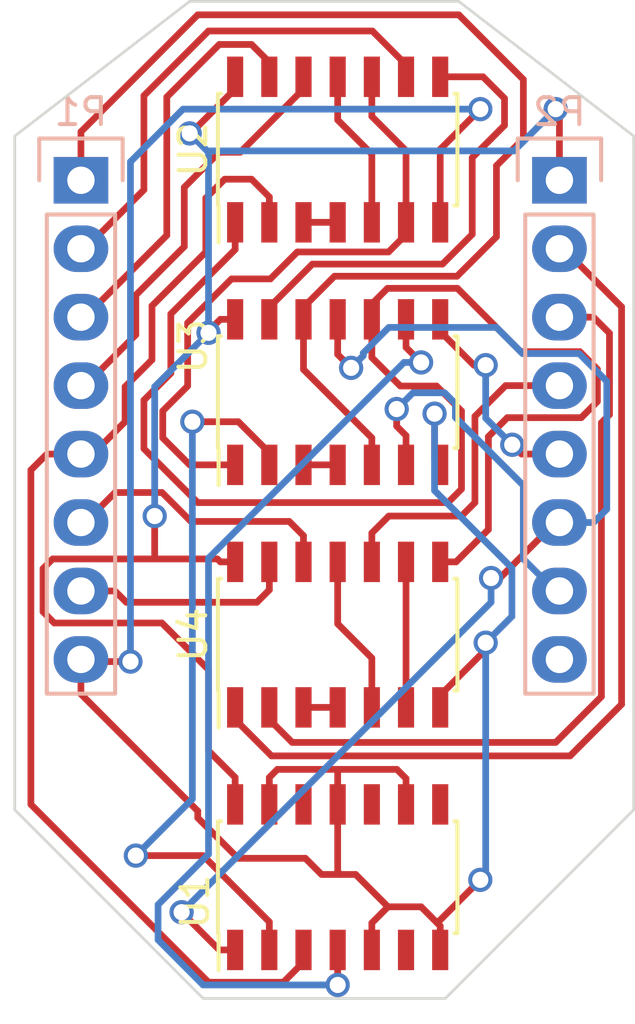
<source format=kicad_pcb>
(kicad_pcb (version 4) (host pcbnew 4.0.5+dfsg1-4)

  (general
    (links 41)
    (no_connects 7)
    (area 121.325 97.449999 145.050001 135.533333)
    (thickness 1.6)
    (drawings 8)
    (tracks 315)
    (zones 0)
    (modules 6)
    (nets 27)
  )

  (page A4 portrait)
  (layers
    (0 F.Cu signal)
    (31 B.Cu signal)
    (32 B.Adhes user)
    (33 F.Adhes user)
    (34 B.Paste user)
    (35 F.Paste user)
    (36 B.SilkS user)
    (37 F.SilkS user)
    (38 B.Mask user)
    (39 F.Mask user)
    (40 Dwgs.User user)
    (41 Cmts.User user)
    (42 Eco1.User user)
    (43 Eco2.User user)
    (44 Edge.Cuts user)
    (45 Margin user)
    (46 B.CrtYd user)
    (47 F.CrtYd user)
    (48 B.Fab user)
    (49 F.Fab user)
  )

  (setup
    (last_trace_width 0.25)
    (trace_clearance 0.2)
    (zone_clearance 0.508)
    (zone_45_only no)
    (trace_min 0.2)
    (segment_width 0.2)
    (edge_width 0.1)
    (via_size 0.9)
    (via_drill 0.6)
    (via_min_size 0.4)
    (via_min_drill 0.3)
    (uvia_size 0.3)
    (uvia_drill 0.1)
    (uvias_allowed no)
    (uvia_min_size 0.2)
    (uvia_min_drill 0.1)
    (pcb_text_width 0.3)
    (pcb_text_size 1.5 1.5)
    (mod_edge_width 0.15)
    (mod_text_size 1 1)
    (mod_text_width 0.15)
    (pad_size 1.5 1.5)
    (pad_drill 0.6)
    (pad_to_mask_clearance 0)
    (aux_axis_origin 0 0)
    (visible_elements FFFFFF7F)
    (pcbplotparams
      (layerselection 0x01000_00000001)
      (usegerberextensions false)
      (excludeedgelayer true)
      (linewidth 0.100000)
      (plotframeref false)
      (viasonmask false)
      (mode 1)
      (useauxorigin false)
      (hpglpennumber 1)
      (hpglpenspeed 20)
      (hpglpendiameter 15)
      (hpglpenoverlay 2)
      (psnegative false)
      (psa4output false)
      (plotreference true)
      (plotvalue true)
      (plotinvisibletext false)
      (padsonsilk false)
      (subtractmaskfromsilk false)
      (outputformat 4)
      (mirror false)
      (drillshape 0)
      (scaleselection 1)
      (outputdirectory ""))
  )

  (net 0 "")
  (net 1 VCC)
  (net 2 GND)
  (net 3 /A14)
  (net 4 /A15)
  (net 5 /A16)
  (net 6 /A17)
  (net 7 /A18)
  (net 8 /A19)
  (net 9 /A20)
  (net 10 /A21)
  (net 11 /A22)
  (net 12 /A23)
  (net 13 /~RAMEN)
  (net 14 /~ROMEN)
  (net 15 /~IOEN)
  (net 16 "Net-(U1-Pad2)")
  (net 17 "Net-(U1-Pad4)")
  (net 18 /~EN512)
  (net 19 "Net-(U2-Pad3)")
  (net 20 "Net-(U2-Pad11)")
  (net 21 /~EN64)
  (net 22 /~EN32)
  (net 23 "Net-(U3-Pad3)")
  (net 24 "Net-(U4-Pad3)")
  (net 25 "Net-(U4-Pad11)")
  (net 26 "Net-(U4-Pad6)")

  (net_class Default "This is the default net class."
    (clearance 0.2)
    (trace_width 0.25)
    (via_dia 0.9)
    (via_drill 0.6)
    (uvia_dia 0.3)
    (uvia_drill 0.1)
    (add_net /A14)
    (add_net /A15)
    (add_net /A16)
    (add_net /A17)
    (add_net /A18)
    (add_net /A19)
    (add_net /A20)
    (add_net /A21)
    (add_net /A22)
    (add_net /A23)
    (add_net /~EN32)
    (add_net /~EN512)
    (add_net /~EN64)
    (add_net /~IOEN)
    (add_net /~RAMEN)
    (add_net /~ROMEN)
    (add_net GND)
    (add_net "Net-(U1-Pad2)")
    (add_net "Net-(U1-Pad4)")
    (add_net "Net-(U2-Pad11)")
    (add_net "Net-(U2-Pad3)")
    (add_net "Net-(U3-Pad3)")
    (add_net "Net-(U4-Pad11)")
    (add_net "Net-(U4-Pad3)")
    (add_net "Net-(U4-Pad6)")
    (add_net VCC)
  )

  (module Pin_Headers:Pin_Header_Straight_1x08 (layer B.Cu) (tedit 0) (tstamp 58C8889C)
    (at 124.46 104.14 180)
    (descr "Through hole pin header")
    (tags "pin header")
    (path /58C8BED9)
    (fp_text reference P1 (at 0 2.54 180) (layer B.SilkS)
      (effects (font (size 1 1) (thickness 0.15)) (justify mirror))
    )
    (fp_text value CONN_01X08 (at 2.16 -3.96 270) (layer B.Fab)
      (effects (font (size 1 1) (thickness 0.15)) (justify mirror))
    )
    (fp_line (start -1.75 1.75) (end -1.75 -19.55) (layer B.CrtYd) (width 0.05))
    (fp_line (start 1.75 1.75) (end 1.75 -19.55) (layer B.CrtYd) (width 0.05))
    (fp_line (start -1.75 1.75) (end 1.75 1.75) (layer B.CrtYd) (width 0.05))
    (fp_line (start -1.75 -19.55) (end 1.75 -19.55) (layer B.CrtYd) (width 0.05))
    (fp_line (start 1.27 -1.27) (end 1.27 -19.05) (layer B.SilkS) (width 0.15))
    (fp_line (start 1.27 -19.05) (end -1.27 -19.05) (layer B.SilkS) (width 0.15))
    (fp_line (start -1.27 -19.05) (end -1.27 -1.27) (layer B.SilkS) (width 0.15))
    (fp_line (start 1.55 1.55) (end 1.55 0) (layer B.SilkS) (width 0.15))
    (fp_line (start 1.27 -1.27) (end -1.27 -1.27) (layer B.SilkS) (width 0.15))
    (fp_line (start -1.55 0) (end -1.55 1.55) (layer B.SilkS) (width 0.15))
    (fp_line (start -1.55 1.55) (end 1.55 1.55) (layer B.SilkS) (width 0.15))
    (pad 1 thru_hole rect (at 0 0 180) (size 2.032 1.7272) (drill 1.016) (layers *.Cu *.Mask)
      (net 3 /A14))
    (pad 2 thru_hole oval (at 0 -2.54 180) (size 2.032 1.7272) (drill 1.016) (layers *.Cu *.Mask)
      (net 4 /A15))
    (pad 3 thru_hole oval (at 0 -5.08 180) (size 2.032 1.7272) (drill 1.016) (layers *.Cu *.Mask)
      (net 5 /A16))
    (pad 4 thru_hole oval (at 0 -7.62 180) (size 2.032 1.7272) (drill 1.016) (layers *.Cu *.Mask)
      (net 6 /A17))
    (pad 5 thru_hole oval (at 0 -10.16 180) (size 2.032 1.7272) (drill 1.016) (layers *.Cu *.Mask)
      (net 7 /A18))
    (pad 6 thru_hole oval (at 0 -12.7 180) (size 2.032 1.7272) (drill 1.016) (layers *.Cu *.Mask)
      (net 8 /A19))
    (pad 7 thru_hole oval (at 0 -15.24 180) (size 2.032 1.7272) (drill 1.016) (layers *.Cu *.Mask)
      (net 9 /A20))
    (pad 8 thru_hole oval (at 0 -17.78 180) (size 2.032 1.7272) (drill 1.016) (layers *.Cu *.Mask)
      (net 2 GND))
    (model Pin_Headers.3dshapes/Pin_Header_Straight_1x08.wrl
      (at (xyz 0 -0.35 0))
      (scale (xyz 1 1 1))
      (rotate (xyz 0 0 90))
    )
  )

  (module Pin_Headers:Pin_Header_Straight_1x08 (layer B.Cu) (tedit 0) (tstamp 58C888B3)
    (at 142.24 104.14 180)
    (descr "Through hole pin header")
    (tags "pin header")
    (path /58C8BF89)
    (fp_text reference P2 (at 0 2.54 180) (layer B.SilkS)
      (effects (font (size 1 1) (thickness 0.15)) (justify mirror))
    )
    (fp_text value CONN_01X08 (at 0.34 -26.36 450) (layer B.Fab)
      (effects (font (size 1 1) (thickness 0.15)) (justify mirror))
    )
    (fp_line (start -1.75 1.75) (end -1.75 -19.55) (layer B.CrtYd) (width 0.05))
    (fp_line (start 1.75 1.75) (end 1.75 -19.55) (layer B.CrtYd) (width 0.05))
    (fp_line (start -1.75 1.75) (end 1.75 1.75) (layer B.CrtYd) (width 0.05))
    (fp_line (start -1.75 -19.55) (end 1.75 -19.55) (layer B.CrtYd) (width 0.05))
    (fp_line (start 1.27 -1.27) (end 1.27 -19.05) (layer B.SilkS) (width 0.15))
    (fp_line (start 1.27 -19.05) (end -1.27 -19.05) (layer B.SilkS) (width 0.15))
    (fp_line (start -1.27 -19.05) (end -1.27 -1.27) (layer B.SilkS) (width 0.15))
    (fp_line (start 1.55 1.55) (end 1.55 0) (layer B.SilkS) (width 0.15))
    (fp_line (start 1.27 -1.27) (end -1.27 -1.27) (layer B.SilkS) (width 0.15))
    (fp_line (start -1.55 0) (end -1.55 1.55) (layer B.SilkS) (width 0.15))
    (fp_line (start -1.55 1.55) (end 1.55 1.55) (layer B.SilkS) (width 0.15))
    (pad 1 thru_hole rect (at 0 0 180) (size 2.032 1.7272) (drill 1.016) (layers *.Cu *.Mask)
      (net 1 VCC))
    (pad 2 thru_hole oval (at 0 -2.54 180) (size 2.032 1.7272) (drill 1.016) (layers *.Cu *.Mask)
      (net 10 /A21))
    (pad 3 thru_hole oval (at 0 -5.08 180) (size 2.032 1.7272) (drill 1.016) (layers *.Cu *.Mask)
      (net 11 /A22))
    (pad 4 thru_hole oval (at 0 -7.62 180) (size 2.032 1.7272) (drill 1.016) (layers *.Cu *.Mask)
      (net 12 /A23))
    (pad 5 thru_hole oval (at 0 -10.16 180) (size 2.032 1.7272) (drill 1.016) (layers *.Cu *.Mask)
      (net 13 /~RAMEN))
    (pad 6 thru_hole oval (at 0 -12.7 180) (size 2.032 1.7272) (drill 1.016) (layers *.Cu *.Mask)
      (net 14 /~ROMEN))
    (pad 7 thru_hole oval (at 0 -15.24 180) (size 2.032 1.7272) (drill 1.016) (layers *.Cu *.Mask)
      (net 15 /~IOEN))
    (pad 8 thru_hole oval (at 0 -17.78 180) (size 2.032 1.7272) (drill 1.016) (layers *.Cu *.Mask))
    (model Pin_Headers.3dshapes/Pin_Header_Straight_1x08.wrl
      (at (xyz 0 -0.35 0))
      (scale (xyz 1 1 1))
      (rotate (xyz 0 0 90))
    )
  )

  (module Housings_SOIC:SOIC-14_3.9x8.7mm_Pitch1.27mm (layer F.Cu) (tedit 574D9791) (tstamp 58C888D5)
    (at 134 130 90)
    (descr "14-Lead Plastic Small Outline (SL) - Narrow, 3.90 mm Body [SOIC] (see Microchip Packaging Specification 00000049BS.pdf)")
    (tags "SOIC 1.27")
    (path /58D15884)
    (attr smd)
    (fp_text reference U1 (at -0.9 -5.3 90) (layer F.SilkS)
      (effects (font (size 1 1) (thickness 0.15)))
    )
    (fp_text value 74LS04 (at 0 0 180) (layer F.Fab)
      (effects (font (size 1 1) (thickness 0.15)))
    )
    (fp_line (start -0.95 -4.35) (end 1.95 -4.35) (layer F.Fab) (width 0.15))
    (fp_line (start 1.95 -4.35) (end 1.95 4.35) (layer F.Fab) (width 0.15))
    (fp_line (start 1.95 4.35) (end -1.95 4.35) (layer F.Fab) (width 0.15))
    (fp_line (start -1.95 4.35) (end -1.95 -3.35) (layer F.Fab) (width 0.15))
    (fp_line (start -1.95 -3.35) (end -0.95 -4.35) (layer F.Fab) (width 0.15))
    (fp_line (start -3.7 -4.65) (end -3.7 4.65) (layer F.CrtYd) (width 0.05))
    (fp_line (start 3.7 -4.65) (end 3.7 4.65) (layer F.CrtYd) (width 0.05))
    (fp_line (start -3.7 -4.65) (end 3.7 -4.65) (layer F.CrtYd) (width 0.05))
    (fp_line (start -3.7 4.65) (end 3.7 4.65) (layer F.CrtYd) (width 0.05))
    (fp_line (start -2.075 -4.45) (end -2.075 -4.425) (layer F.SilkS) (width 0.15))
    (fp_line (start 2.075 -4.45) (end 2.075 -4.335) (layer F.SilkS) (width 0.15))
    (fp_line (start 2.075 4.45) (end 2.075 4.335) (layer F.SilkS) (width 0.15))
    (fp_line (start -2.075 4.45) (end -2.075 4.335) (layer F.SilkS) (width 0.15))
    (fp_line (start -2.075 -4.45) (end 2.075 -4.45) (layer F.SilkS) (width 0.15))
    (fp_line (start -2.075 4.45) (end 2.075 4.45) (layer F.SilkS) (width 0.15))
    (fp_line (start -2.075 -4.425) (end -3.45 -4.425) (layer F.SilkS) (width 0.15))
    (pad 1 smd rect (at -2.7 -3.81 90) (size 1.5 0.6) (layers F.Cu F.Paste F.Mask)
      (net 14 /~ROMEN))
    (pad 2 smd rect (at -2.7 -2.54 90) (size 1.5 0.6) (layers F.Cu F.Paste F.Mask)
      (net 16 "Net-(U1-Pad2)"))
    (pad 3 smd rect (at -2.7 -1.27 90) (size 1.5 0.6) (layers F.Cu F.Paste F.Mask)
      (net 7 /A18))
    (pad 4 smd rect (at -2.7 0 90) (size 1.5 0.6) (layers F.Cu F.Paste F.Mask)
      (net 17 "Net-(U1-Pad4)"))
    (pad 5 smd rect (at -2.7 1.27 90) (size 1.5 0.6) (layers F.Cu F.Paste F.Mask)
      (net 2 GND))
    (pad 6 smd rect (at -2.7 2.54 90) (size 1.5 0.6) (layers F.Cu F.Paste F.Mask))
    (pad 7 smd rect (at -2.7 3.81 90) (size 1.5 0.6) (layers F.Cu F.Paste F.Mask)
      (net 2 GND))
    (pad 8 smd rect (at 2.7 3.81 90) (size 1.5 0.6) (layers F.Cu F.Paste F.Mask))
    (pad 9 smd rect (at 2.7 2.54 90) (size 1.5 0.6) (layers F.Cu F.Paste F.Mask)
      (net 2 GND))
    (pad 10 smd rect (at 2.7 1.27 90) (size 1.5 0.6) (layers F.Cu F.Paste F.Mask))
    (pad 11 smd rect (at 2.7 0 90) (size 1.5 0.6) (layers F.Cu F.Paste F.Mask)
      (net 2 GND))
    (pad 12 smd rect (at 2.7 -1.27 90) (size 1.5 0.6) (layers F.Cu F.Paste F.Mask))
    (pad 13 smd rect (at 2.7 -2.54 90) (size 1.5 0.6) (layers F.Cu F.Paste F.Mask)
      (net 2 GND))
    (pad 14 smd rect (at 2.7 -3.81 90) (size 1.5 0.6) (layers F.Cu F.Paste F.Mask)
      (net 1 VCC))
    (model Housings_SOIC.3dshapes/SOIC-14_3.9x8.7mm_Pitch1.27mm.wrl
      (at (xyz 0 0 0))
      (scale (xyz 1 1 1))
      (rotate (xyz 0 0 0))
    )
  )

  (module Housings_SOIC:SOIC-14_3.9x8.7mm_Pitch1.27mm (layer F.Cu) (tedit 574D9791) (tstamp 58C888F7)
    (at 134 103 90)
    (descr "14-Lead Plastic Small Outline (SL) - Narrow, 3.90 mm Body [SOIC] (see Microchip Packaging Specification 00000049BS.pdf)")
    (tags "SOIC 1.27")
    (path /58C9F475)
    (attr smd)
    (fp_text reference U2 (at 0 -5.375 90) (layer F.SilkS)
      (effects (font (size 1 1) (thickness 0.15)))
    )
    (fp_text value 74LS32 (at 0 0 180) (layer F.Fab)
      (effects (font (size 1 1) (thickness 0.15)))
    )
    (fp_line (start -0.95 -4.35) (end 1.95 -4.35) (layer F.Fab) (width 0.15))
    (fp_line (start 1.95 -4.35) (end 1.95 4.35) (layer F.Fab) (width 0.15))
    (fp_line (start 1.95 4.35) (end -1.95 4.35) (layer F.Fab) (width 0.15))
    (fp_line (start -1.95 4.35) (end -1.95 -3.35) (layer F.Fab) (width 0.15))
    (fp_line (start -1.95 -3.35) (end -0.95 -4.35) (layer F.Fab) (width 0.15))
    (fp_line (start -3.7 -4.65) (end -3.7 4.65) (layer F.CrtYd) (width 0.05))
    (fp_line (start 3.7 -4.65) (end 3.7 4.65) (layer F.CrtYd) (width 0.05))
    (fp_line (start -3.7 -4.65) (end 3.7 -4.65) (layer F.CrtYd) (width 0.05))
    (fp_line (start -3.7 4.65) (end 3.7 4.65) (layer F.CrtYd) (width 0.05))
    (fp_line (start -2.075 -4.45) (end -2.075 -4.425) (layer F.SilkS) (width 0.15))
    (fp_line (start 2.075 -4.45) (end 2.075 -4.335) (layer F.SilkS) (width 0.15))
    (fp_line (start 2.075 4.45) (end 2.075 4.335) (layer F.SilkS) (width 0.15))
    (fp_line (start -2.075 4.45) (end -2.075 4.335) (layer F.SilkS) (width 0.15))
    (fp_line (start -2.075 -4.45) (end 2.075 -4.45) (layer F.SilkS) (width 0.15))
    (fp_line (start -2.075 4.45) (end 2.075 4.45) (layer F.SilkS) (width 0.15))
    (fp_line (start -2.075 -4.425) (end -3.45 -4.425) (layer F.SilkS) (width 0.15))
    (pad 1 smd rect (at -2.7 -3.81 90) (size 1.5 0.6) (layers F.Cu F.Paste F.Mask)
      (net 18 /~EN512))
    (pad 2 smd rect (at -2.7 -2.54 90) (size 1.5 0.6) (layers F.Cu F.Paste F.Mask)
      (net 7 /A18))
    (pad 3 smd rect (at -2.7 -1.27 90) (size 1.5 0.6) (layers F.Cu F.Paste F.Mask)
      (net 19 "Net-(U2-Pad3)"))
    (pad 4 smd rect (at -2.7 0 90) (size 1.5 0.6) (layers F.Cu F.Paste F.Mask)
      (net 19 "Net-(U2-Pad3)"))
    (pad 5 smd rect (at -2.7 1.27 90) (size 1.5 0.6) (layers F.Cu F.Paste F.Mask)
      (net 20 "Net-(U2-Pad11)"))
    (pad 6 smd rect (at -2.7 2.54 90) (size 1.5 0.6) (layers F.Cu F.Paste F.Mask)
      (net 21 /~EN64))
    (pad 7 smd rect (at -2.7 3.81 90) (size 1.5 0.6) (layers F.Cu F.Paste F.Mask)
      (net 2 GND))
    (pad 8 smd rect (at 2.7 3.81 90) (size 1.5 0.6) (layers F.Cu F.Paste F.Mask)
      (net 22 /~EN32))
    (pad 9 smd rect (at 2.7 2.54 90) (size 1.5 0.6) (layers F.Cu F.Paste F.Mask)
      (net 4 /A15))
    (pad 10 smd rect (at 2.7 1.27 90) (size 1.5 0.6) (layers F.Cu F.Paste F.Mask)
      (net 21 /~EN64))
    (pad 11 smd rect (at 2.7 0 90) (size 1.5 0.6) (layers F.Cu F.Paste F.Mask)
      (net 20 "Net-(U2-Pad11)"))
    (pad 12 smd rect (at 2.7 -1.27 90) (size 1.5 0.6) (layers F.Cu F.Paste F.Mask)
      (net 6 /A17))
    (pad 13 smd rect (at 2.7 -2.54 90) (size 1.5 0.6) (layers F.Cu F.Paste F.Mask)
      (net 5 /A16))
    (pad 14 smd rect (at 2.7 -3.81 90) (size 1.5 0.6) (layers F.Cu F.Paste F.Mask)
      (net 1 VCC))
    (model Housings_SOIC.3dshapes/SOIC-14_3.9x8.7mm_Pitch1.27mm.wrl
      (at (xyz 0 0 0))
      (scale (xyz 1 1 1))
      (rotate (xyz 0 0 0))
    )
  )

  (module Housings_SOIC:SOIC-14_3.9x8.7mm_Pitch1.27mm (layer F.Cu) (tedit 574D9791) (tstamp 58C88919)
    (at 134 112 90)
    (descr "14-Lead Plastic Small Outline (SL) - Narrow, 3.90 mm Body [SOIC] (see Microchip Packaging Specification 00000049BS.pdf)")
    (tags "SOIC 1.27")
    (path /58CF070F)
    (attr smd)
    (fp_text reference U3 (at 1.7 -5.375 90) (layer F.SilkS)
      (effects (font (size 1 1) (thickness 0.15)))
    )
    (fp_text value 74LS32 (at 0 0 180) (layer F.Fab)
      (effects (font (size 1 1) (thickness 0.15)))
    )
    (fp_line (start -0.95 -4.35) (end 1.95 -4.35) (layer F.Fab) (width 0.15))
    (fp_line (start 1.95 -4.35) (end 1.95 4.35) (layer F.Fab) (width 0.15))
    (fp_line (start 1.95 4.35) (end -1.95 4.35) (layer F.Fab) (width 0.15))
    (fp_line (start -1.95 4.35) (end -1.95 -3.35) (layer F.Fab) (width 0.15))
    (fp_line (start -1.95 -3.35) (end -0.95 -4.35) (layer F.Fab) (width 0.15))
    (fp_line (start -3.7 -4.65) (end -3.7 4.65) (layer F.CrtYd) (width 0.05))
    (fp_line (start 3.7 -4.65) (end 3.7 4.65) (layer F.CrtYd) (width 0.05))
    (fp_line (start -3.7 -4.65) (end 3.7 -4.65) (layer F.CrtYd) (width 0.05))
    (fp_line (start -3.7 4.65) (end 3.7 4.65) (layer F.CrtYd) (width 0.05))
    (fp_line (start -2.075 -4.45) (end -2.075 -4.425) (layer F.SilkS) (width 0.15))
    (fp_line (start 2.075 -4.45) (end 2.075 -4.335) (layer F.SilkS) (width 0.15))
    (fp_line (start 2.075 4.45) (end 2.075 4.335) (layer F.SilkS) (width 0.15))
    (fp_line (start -2.075 4.45) (end -2.075 4.335) (layer F.SilkS) (width 0.15))
    (fp_line (start -2.075 -4.45) (end 2.075 -4.45) (layer F.SilkS) (width 0.15))
    (fp_line (start -2.075 4.45) (end 2.075 4.45) (layer F.SilkS) (width 0.15))
    (fp_line (start -2.075 -4.425) (end -3.45 -4.425) (layer F.SilkS) (width 0.15))
    (pad 1 smd rect (at -2.7 -3.81 90) (size 1.5 0.6) (layers F.Cu F.Paste F.Mask)
      (net 21 /~EN64))
    (pad 2 smd rect (at -2.7 -2.54 90) (size 1.5 0.6) (layers F.Cu F.Paste F.Mask)
      (net 16 "Net-(U1-Pad2)"))
    (pad 3 smd rect (at -2.7 -1.27 90) (size 1.5 0.6) (layers F.Cu F.Paste F.Mask)
      (net 23 "Net-(U3-Pad3)"))
    (pad 4 smd rect (at -2.7 0 90) (size 1.5 0.6) (layers F.Cu F.Paste F.Mask)
      (net 23 "Net-(U3-Pad3)"))
    (pad 5 smd rect (at -2.7 1.27 90) (size 1.5 0.6) (layers F.Cu F.Paste F.Mask)
      (net 3 /A14))
    (pad 6 smd rect (at -2.7 2.54 90) (size 1.5 0.6) (layers F.Cu F.Paste F.Mask)
      (net 15 /~IOEN))
    (pad 7 smd rect (at -2.7 3.81 90) (size 1.5 0.6) (layers F.Cu F.Paste F.Mask)
      (net 2 GND))
    (pad 8 smd rect (at 2.7 3.81 90) (size 1.5 0.6) (layers F.Cu F.Paste F.Mask)
      (net 13 /~RAMEN))
    (pad 9 smd rect (at 2.7 2.54 90) (size 1.5 0.6) (layers F.Cu F.Paste F.Mask)
      (net 17 "Net-(U1-Pad4)"))
    (pad 10 smd rect (at 2.7 1.27 90) (size 1.5 0.6) (layers F.Cu F.Paste F.Mask)
      (net 18 /~EN512))
    (pad 11 smd rect (at 2.7 0 90) (size 1.5 0.6) (layers F.Cu F.Paste F.Mask)
      (net 14 /~ROMEN))
    (pad 12 smd rect (at 2.7 -1.27 90) (size 1.5 0.6) (layers F.Cu F.Paste F.Mask)
      (net 3 /A14))
    (pad 13 smd rect (at 2.7 -2.54 90) (size 1.5 0.6) (layers F.Cu F.Paste F.Mask)
      (net 22 /~EN32))
    (pad 14 smd rect (at 2.7 -3.81 90) (size 1.5 0.6) (layers F.Cu F.Paste F.Mask)
      (net 1 VCC))
    (model Housings_SOIC.3dshapes/SOIC-14_3.9x8.7mm_Pitch1.27mm.wrl
      (at (xyz 0 0 0))
      (scale (xyz 1 1 1))
      (rotate (xyz 0 0 0))
    )
  )

  (module Housings_SOIC:SOIC-14_3.9x8.7mm_Pitch1.27mm (layer F.Cu) (tedit 574D9791) (tstamp 58C8893B)
    (at 134 121 90)
    (descr "14-Lead Plastic Small Outline (SL) - Narrow, 3.90 mm Body [SOIC] (see Microchip Packaging Specification 00000049BS.pdf)")
    (tags "SOIC 1.27")
    (path /58CF08D4)
    (attr smd)
    (fp_text reference U4 (at 0 -5.375 90) (layer F.SilkS)
      (effects (font (size 1 1) (thickness 0.15)))
    )
    (fp_text value 74LS32 (at 0 -0.1 180) (layer F.Fab)
      (effects (font (size 1 1) (thickness 0.15)))
    )
    (fp_line (start -0.95 -4.35) (end 1.95 -4.35) (layer F.Fab) (width 0.15))
    (fp_line (start 1.95 -4.35) (end 1.95 4.35) (layer F.Fab) (width 0.15))
    (fp_line (start 1.95 4.35) (end -1.95 4.35) (layer F.Fab) (width 0.15))
    (fp_line (start -1.95 4.35) (end -1.95 -3.35) (layer F.Fab) (width 0.15))
    (fp_line (start -1.95 -3.35) (end -0.95 -4.35) (layer F.Fab) (width 0.15))
    (fp_line (start -3.7 -4.65) (end -3.7 4.65) (layer F.CrtYd) (width 0.05))
    (fp_line (start 3.7 -4.65) (end 3.7 4.65) (layer F.CrtYd) (width 0.05))
    (fp_line (start -3.7 -4.65) (end 3.7 -4.65) (layer F.CrtYd) (width 0.05))
    (fp_line (start -3.7 4.65) (end 3.7 4.65) (layer F.CrtYd) (width 0.05))
    (fp_line (start -2.075 -4.45) (end -2.075 -4.425) (layer F.SilkS) (width 0.15))
    (fp_line (start 2.075 -4.45) (end 2.075 -4.335) (layer F.SilkS) (width 0.15))
    (fp_line (start 2.075 4.45) (end 2.075 4.335) (layer F.SilkS) (width 0.15))
    (fp_line (start -2.075 4.45) (end -2.075 4.335) (layer F.SilkS) (width 0.15))
    (fp_line (start -2.075 -4.45) (end 2.075 -4.45) (layer F.SilkS) (width 0.15))
    (fp_line (start -2.075 4.45) (end 2.075 4.45) (layer F.SilkS) (width 0.15))
    (fp_line (start -2.075 -4.425) (end -3.45 -4.425) (layer F.SilkS) (width 0.15))
    (pad 1 smd rect (at -2.7 -3.81 90) (size 1.5 0.6) (layers F.Cu F.Paste F.Mask)
      (net 10 /A21))
    (pad 2 smd rect (at -2.7 -2.54 90) (size 1.5 0.6) (layers F.Cu F.Paste F.Mask)
      (net 11 /A22))
    (pad 3 smd rect (at -2.7 -1.27 90) (size 1.5 0.6) (layers F.Cu F.Paste F.Mask)
      (net 24 "Net-(U4-Pad3)"))
    (pad 4 smd rect (at -2.7 0 90) (size 1.5 0.6) (layers F.Cu F.Paste F.Mask)
      (net 24 "Net-(U4-Pad3)"))
    (pad 5 smd rect (at -2.7 1.27 90) (size 1.5 0.6) (layers F.Cu F.Paste F.Mask)
      (net 25 "Net-(U4-Pad11)"))
    (pad 6 smd rect (at -2.7 2.54 90) (size 1.5 0.6) (layers F.Cu F.Paste F.Mask)
      (net 26 "Net-(U4-Pad6)"))
    (pad 7 smd rect (at -2.7 3.81 90) (size 1.5 0.6) (layers F.Cu F.Paste F.Mask)
      (net 2 GND))
    (pad 8 smd rect (at 2.7 3.81 90) (size 1.5 0.6) (layers F.Cu F.Paste F.Mask)
      (net 18 /~EN512))
    (pad 9 smd rect (at 2.7 2.54 90) (size 1.5 0.6) (layers F.Cu F.Paste F.Mask)
      (net 26 "Net-(U4-Pad6)"))
    (pad 10 smd rect (at 2.7 1.27 90) (size 1.5 0.6) (layers F.Cu F.Paste F.Mask)
      (net 12 /A23))
    (pad 11 smd rect (at 2.7 0 90) (size 1.5 0.6) (layers F.Cu F.Paste F.Mask)
      (net 25 "Net-(U4-Pad11)"))
    (pad 12 smd rect (at 2.7 -1.27 90) (size 1.5 0.6) (layers F.Cu F.Paste F.Mask)
      (net 8 /A19))
    (pad 13 smd rect (at 2.7 -2.54 90) (size 1.5 0.6) (layers F.Cu F.Paste F.Mask)
      (net 9 /A20))
    (pad 14 smd rect (at 2.7 -3.81 90) (size 1.5 0.6) (layers F.Cu F.Paste F.Mask)
      (net 1 VCC))
    (model Housings_SOIC.3dshapes/SOIC-14_3.9x8.7mm_Pitch1.27mm.wrl
      (at (xyz 0 0 0))
      (scale (xyz 1 1 1))
      (rotate (xyz 0 0 0))
    )
  )

  (gr_line (start 138.5 97.5) (end 128.5 97.5) (layer Edge.Cuts) (width 0.1))
  (gr_line (start 145 102.5) (end 138.5 97.5) (layer Edge.Cuts) (width 0.1))
  (gr_line (start 145 127.5) (end 145 102.5) (layer Edge.Cuts) (width 0.1))
  (gr_line (start 138 134.5) (end 145 127.5) (layer Edge.Cuts) (width 0.1))
  (gr_line (start 129 134.5) (end 138 134.5) (layer Edge.Cuts) (width 0.1))
  (gr_line (start 122 127.5) (end 129 134.5) (layer Edge.Cuts) (width 0.1))
  (gr_line (start 122 102.5) (end 122 127.5) (layer Edge.Cuts) (width 0.1))
  (gr_line (start 128.5 97.5) (end 122 102.5) (layer Edge.Cuts) (width 0.1))

  (segment (start 142.24 101.64) (end 142.1 101.5) (width 0.25) (layer F.Cu) (net 1))
  (segment (start 142.24 104.14) (end 142.24 101.64) (width 0.25) (layer F.Cu) (net 1))
  (segment (start 141.650001 101.949999) (end 142.1 101.5) (width 0.25) (layer B.Cu) (net 1))
  (segment (start 140.550001 103.049999) (end 141.650001 101.949999) (width 0.25) (layer B.Cu) (net 1))
  (segment (start 129.149999 103.049999) (end 140.550001 103.049999) (width 0.25) (layer B.Cu) (net 1))
  (via (at 142.1 101.5) (size 0.9) (drill 0.6) (layers F.Cu B.Cu) (net 1))
  (segment (start 128.54 102.4) (end 128.5 102.4) (width 0.25) (layer F.Cu) (net 1))
  (segment (start 130.19 100.75) (end 128.54 102.4) (width 0.25) (layer F.Cu) (net 1))
  (segment (start 130.19 100.3) (end 130.19 100.75) (width 0.25) (layer F.Cu) (net 1))
  (segment (start 129.2 109.8) (end 129.2 103.1) (width 0.25) (layer B.Cu) (net 1))
  (via (at 128.5 102.4) (size 0.9) (drill 0.6) (layers F.Cu B.Cu) (net 1))
  (segment (start 129.2 103.1) (end 129.149999 103.049999) (width 0.25) (layer B.Cu) (net 1))
  (segment (start 129.149999 103.049999) (end 128.5 102.4) (width 0.25) (layer B.Cu) (net 1))
  (segment (start 128.750001 110.249999) (end 129.2 109.8) (width 0.25) (layer B.Cu) (net 1))
  (segment (start 127.2 111.8) (end 128.750001 110.249999) (width 0.25) (layer B.Cu) (net 1))
  (segment (start 127.2 116.6) (end 127.2 111.8) (width 0.25) (layer B.Cu) (net 1))
  (segment (start 130.19 109.3) (end 129.64 109.3) (width 0.25) (layer F.Cu) (net 1))
  (via (at 129.2 109.8) (size 0.9) (drill 0.6) (layers F.Cu B.Cu) (net 1))
  (segment (start 129.2 109.74) (end 129.2 109.8) (width 0.25) (layer F.Cu) (net 1))
  (segment (start 129.64 109.3) (end 129.2 109.74) (width 0.25) (layer F.Cu) (net 1))
  (segment (start 123.40861 118.19139) (end 127.2 118.19139) (width 0.25) (layer F.Cu) (net 1))
  (segment (start 127.46861 120.56861) (end 123.46861 120.56861) (width 0.25) (layer F.Cu) (net 1))
  (segment (start 123.050011 118.549989) (end 123.40861 118.19139) (width 0.25) (layer F.Cu) (net 1))
  (segment (start 123.050011 120.150011) (end 123.050011 118.549989) (width 0.25) (layer F.Cu) (net 1))
  (segment (start 129.2 122.3) (end 127.46861 120.56861) (width 0.25) (layer F.Cu) (net 1))
  (segment (start 130.19 126.3) (end 129.2 125.31) (width 0.25) (layer F.Cu) (net 1))
  (segment (start 130.19 127.3) (end 130.19 126.3) (width 0.25) (layer F.Cu) (net 1))
  (segment (start 129.2 125.31) (end 129.2 122.3) (width 0.25) (layer F.Cu) (net 1))
  (segment (start 123.46861 120.56861) (end 123.050011 120.150011) (width 0.25) (layer F.Cu) (net 1))
  (via (at 127.2 116.6) (size 0.9) (drill 0.6) (layers F.Cu B.Cu) (net 1))
  (segment (start 127.2 118.19139) (end 129.53139 118.19139) (width 0.25) (layer F.Cu) (net 1))
  (segment (start 127.2 118.19139) (end 127.2 116.6) (width 0.25) (layer F.Cu) (net 1))
  (segment (start 129.64 118.3) (end 130.19 118.3) (width 0.25) (layer F.Cu) (net 1))
  (segment (start 129.53139 118.19139) (end 129.64 118.3) (width 0.25) (layer F.Cu) (net 1))
  (segment (start 130.19 127.3) (end 130.19 127.75) (width 0.25) (layer F.Cu) (net 1))
  (segment (start 140.475001 118.527999) (end 137.6 115.652998) (width 0.25) (layer B.Cu) (net 2))
  (segment (start 139.5 121.3) (end 140.475001 120.324999) (width 0.25) (layer B.Cu) (net 2))
  (segment (start 137.6 115.652998) (end 137.6 113.436396) (width 0.25) (layer B.Cu) (net 2))
  (segment (start 137.6 113.436396) (end 137.6 112.8) (width 0.25) (layer B.Cu) (net 2))
  (segment (start 140.475001 120.324999) (end 140.475001 118.527999) (width 0.25) (layer B.Cu) (net 2))
  (segment (start 124.46 121.92) (end 124.46 123.205002) (width 0.25) (layer F.Cu) (net 2))
  (segment (start 133.4 129.9) (end 134.1 129.9) (width 0.25) (layer F.Cu) (net 2))
  (segment (start 124.46 123.205002) (end 128.8 127.545002) (width 0.25) (layer F.Cu) (net 2))
  (segment (start 128.8 127.545002) (end 128.8 127.8) (width 0.25) (layer F.Cu) (net 2))
  (segment (start 128.8 127.8) (end 130.3 129.3) (width 0.25) (layer F.Cu) (net 2))
  (segment (start 130.3 129.3) (end 132.8 129.3) (width 0.25) (layer F.Cu) (net 2))
  (segment (start 132.8 129.3) (end 133.4 129.9) (width 0.25) (layer F.Cu) (net 2))
  (segment (start 138.663604 101.5) (end 139.3 101.5) (width 0.25) (layer B.Cu) (net 2))
  (segment (start 128.252996 101.5) (end 138.663604 101.5) (width 0.25) (layer B.Cu) (net 2))
  (segment (start 126.3 103.452996) (end 128.252996 101.5) (width 0.25) (layer B.Cu) (net 2))
  (segment (start 137.81 102.99) (end 138.850001 101.949999) (width 0.25) (layer F.Cu) (net 2))
  (segment (start 137.81 105.7) (end 137.81 102.99) (width 0.25) (layer F.Cu) (net 2))
  (segment (start 138.850001 101.949999) (end 139.3 101.5) (width 0.25) (layer F.Cu) (net 2))
  (segment (start 126.3 122) (end 126.3 103.452996) (width 0.25) (layer B.Cu) (net 2))
  (via (at 139.3 101.5) (size 0.9) (drill 0.6) (layers F.Cu B.Cu) (net 2))
  (segment (start 134 127.3) (end 134 126) (width 0.25) (layer F.Cu) (net 2))
  (segment (start 134 126) (end 136.2 126) (width 0.25) (layer F.Cu) (net 2))
  (segment (start 136.2 126) (end 136.54 126.34) (width 0.25) (layer F.Cu) (net 2))
  (segment (start 136.54 126.34) (end 136.54 127.3) (width 0.25) (layer F.Cu) (net 2))
  (segment (start 131.46 127.3) (end 131.46 126.3) (width 0.25) (layer F.Cu) (net 2))
  (segment (start 131.46 126.3) (end 131.76 126) (width 0.25) (layer F.Cu) (net 2))
  (segment (start 131.76 126) (end 134 126) (width 0.25) (layer F.Cu) (net 2))
  (segment (start 126.3 122) (end 124.54 122) (width 0.25) (layer F.Cu) (net 2))
  (segment (start 124.54 122) (end 124.46 121.92) (width 0.25) (layer F.Cu) (net 2))
  (via (at 126.3 122) (size 0.9) (drill 0.6) (layers F.Cu B.Cu) (net 2))
  (segment (start 137.6 112.8) (end 137.6 114.49) (width 0.25) (layer F.Cu) (net 2))
  (segment (start 137.6 114.49) (end 137.81 114.7) (width 0.25) (layer F.Cu) (net 2))
  (via (at 137.6 112.8) (size 0.9) (drill 0.6) (layers F.Cu B.Cu) (net 2))
  (segment (start 137.1 131.1) (end 137.7 131.7) (width 0.25) (layer F.Cu) (net 2))
  (segment (start 137.7 131.7) (end 137.81 131.81) (width 0.25) (layer F.Cu) (net 2))
  (segment (start 139.3 130.1) (end 137.7 131.7) (width 0.25) (layer F.Cu) (net 2))
  (segment (start 139.5 121.3) (end 139.5 129.9) (width 0.25) (layer B.Cu) (net 2))
  (segment (start 139.5 129.9) (end 139.3 130.1) (width 0.25) (layer B.Cu) (net 2))
  (via (at 139.3 130.1) (size 0.9) (drill 0.6) (layers F.Cu B.Cu) (net 2))
  (segment (start 137.81 123.7) (end 137.81 123.25) (width 0.25) (layer F.Cu) (net 2))
  (segment (start 137.81 123.25) (end 139.5 121.56) (width 0.25) (layer F.Cu) (net 2))
  (segment (start 139.5 121.56) (end 139.5 121.3) (width 0.25) (layer F.Cu) (net 2))
  (via (at 139.5 121.3) (size 0.9) (drill 0.6) (layers F.Cu B.Cu) (net 2))
  (segment (start 134.1 129.9) (end 134.67 129.9) (width 0.25) (layer F.Cu) (net 2))
  (segment (start 134 127.3) (end 134 129.8) (width 0.25) (layer F.Cu) (net 2))
  (segment (start 134 129.8) (end 134.1 129.9) (width 0.25) (layer F.Cu) (net 2))
  (segment (start 135.87 131.1) (end 137.1 131.1) (width 0.25) (layer F.Cu) (net 2))
  (segment (start 137.81 131.81) (end 137.81 132.7) (width 0.25) (layer F.Cu) (net 2))
  (segment (start 134.67 129.9) (end 135.87 131.1) (width 0.25) (layer F.Cu) (net 2))
  (segment (start 135.27 132.7) (end 135.27 131.7) (width 0.25) (layer F.Cu) (net 2))
  (segment (start 135.27 131.7) (end 135.87 131.1) (width 0.25) (layer F.Cu) (net 2))
  (segment (start 124.46 104.14) (end 124.46 102.34) (width 0.25) (layer F.Cu) (net 3))
  (segment (start 124.46 102.34) (end 128.8 98) (width 0.25) (layer F.Cu) (net 3))
  (segment (start 128.8 98) (end 138.5 98) (width 0.25) (layer F.Cu) (net 3))
  (segment (start 138.436388 107.700022) (end 133.879978 107.700022) (width 0.25) (layer F.Cu) (net 3))
  (segment (start 138.5 98) (end 140.9 100.4) (width 0.25) (layer F.Cu) (net 3))
  (segment (start 140.9 100.4) (end 140.9 102.6) (width 0.25) (layer F.Cu) (net 3))
  (segment (start 140.9 102.6) (end 139.9 103.6) (width 0.25) (layer F.Cu) (net 3))
  (segment (start 139.9 103.6) (end 139.9 106.23641) (width 0.25) (layer F.Cu) (net 3))
  (segment (start 132.73 108.85) (end 132.73 109.3) (width 0.25) (layer F.Cu) (net 3))
  (segment (start 139.9 106.23641) (end 138.436388 107.700022) (width 0.25) (layer F.Cu) (net 3))
  (segment (start 133.879978 107.700022) (end 132.73 108.85) (width 0.25) (layer F.Cu) (net 3))
  (segment (start 135.27 114.7) (end 135.27 113.7) (width 0.25) (layer F.Cu) (net 3))
  (segment (start 135.27 113.7) (end 132.73 111.16) (width 0.25) (layer F.Cu) (net 3))
  (segment (start 132.73 110.3) (end 132.73 109.3) (width 0.25) (layer F.Cu) (net 3))
  (segment (start 132.73 111.16) (end 132.73 110.3) (width 0.25) (layer F.Cu) (net 3))
  (segment (start 124.46 106.68) (end 124.6124 106.68) (width 0.25) (layer F.Cu) (net 4))
  (segment (start 124.6124 106.68) (end 126.8 104.4924) (width 0.25) (layer F.Cu) (net 4))
  (segment (start 126.8 104.4924) (end 126.8 101) (width 0.25) (layer F.Cu) (net 4))
  (segment (start 129.2 98.6) (end 135.29 98.6) (width 0.25) (layer F.Cu) (net 4))
  (segment (start 126.8 101) (end 129.2 98.6) (width 0.25) (layer F.Cu) (net 4))
  (segment (start 135.29 98.6) (end 136.54 99.85) (width 0.25) (layer F.Cu) (net 4))
  (segment (start 136.54 99.85) (end 136.54 100.3) (width 0.25) (layer F.Cu) (net 4))
  (segment (start 124.46 109.22) (end 124.6124 109.22) (width 0.25) (layer F.Cu) (net 5))
  (segment (start 124.6124 109.22) (end 127.649989 106.182411) (width 0.25) (layer F.Cu) (net 5))
  (segment (start 127.649989 106.182411) (end 127.649989 101.050011) (width 0.25) (layer F.Cu) (net 5))
  (segment (start 130.8 99.1) (end 131.46 99.76) (width 0.25) (layer F.Cu) (net 5))
  (segment (start 127.649989 101.050011) (end 129.6 99.1) (width 0.25) (layer F.Cu) (net 5))
  (segment (start 129.6 99.1) (end 130.8 99.1) (width 0.25) (layer F.Cu) (net 5))
  (segment (start 131.46 99.76) (end 131.46 100.3) (width 0.25) (layer F.Cu) (net 5))
  (segment (start 124.46 111.76) (end 124.6124 111.76) (width 0.25) (layer F.Cu) (net 6))
  (segment (start 129.6 103.1) (end 130.38 103.1) (width 0.25) (layer F.Cu) (net 6))
  (segment (start 124.6124 111.76) (end 126.5 109.8724) (width 0.25) (layer F.Cu) (net 6))
  (segment (start 126.5 109.8724) (end 126.5 108.4) (width 0.25) (layer F.Cu) (net 6))
  (segment (start 126.5 108.4) (end 128.3 106.6) (width 0.25) (layer F.Cu) (net 6))
  (segment (start 128.3 106.6) (end 128.3 104.4) (width 0.25) (layer F.Cu) (net 6))
  (segment (start 128.3 104.4) (end 129.6 103.1) (width 0.25) (layer F.Cu) (net 6))
  (segment (start 130.38 103.1) (end 132.73 100.75) (width 0.25) (layer F.Cu) (net 6))
  (segment (start 132.73 100.75) (end 132.73 100.3) (width 0.25) (layer F.Cu) (net 6))
  (segment (start 124.46 114.3) (end 124.9 114.3) (width 0.25) (layer F.Cu) (net 7))
  (segment (start 124.9 114.3) (end 126.1 113.1) (width 0.25) (layer F.Cu) (net 7))
  (segment (start 126.1 113.1) (end 126.1 111.8) (width 0.25) (layer F.Cu) (net 7))
  (segment (start 126.1 111.8) (end 127.1 110.8) (width 0.25) (layer F.Cu) (net 7))
  (segment (start 127.1 108.8) (end 129.100022 106.799978) (width 0.25) (layer F.Cu) (net 7))
  (segment (start 127.1 110.8) (end 127.1 108.8) (width 0.25) (layer F.Cu) (net 7))
  (segment (start 129.100022 106.799978) (end 129.100022 104.799978) (width 0.25) (layer F.Cu) (net 7))
  (segment (start 129.100022 104.799978) (end 129.8 104.1) (width 0.25) (layer F.Cu) (net 7))
  (segment (start 129.8 104.1) (end 130.8 104.1) (width 0.25) (layer F.Cu) (net 7))
  (segment (start 130.8 104.1) (end 131.46 104.76) (width 0.25) (layer F.Cu) (net 7))
  (segment (start 131.46 104.76) (end 131.46 105.7) (width 0.25) (layer F.Cu) (net 7))
  (segment (start 132.73 132.7) (end 132.73 133.15) (width 0.25) (layer F.Cu) (net 7))
  (segment (start 132.73 133.15) (end 131.98 133.9) (width 0.25) (layer F.Cu) (net 7))
  (segment (start 131.98 133.9) (end 129.2 133.9) (width 0.25) (layer F.Cu) (net 7))
  (segment (start 129.2 133.9) (end 122.6 127.3) (width 0.25) (layer F.Cu) (net 7))
  (segment (start 122.6 127.3) (end 122.6 114.894) (width 0.25) (layer F.Cu) (net 7))
  (segment (start 122.6 114.894) (end 123.194 114.3) (width 0.25) (layer F.Cu) (net 7))
  (segment (start 123.194 114.3) (end 124.46 114.3) (width 0.25) (layer F.Cu) (net 7))
  (segment (start 124.46 116.84) (end 124.6124 116.84) (width 0.25) (layer F.Cu) (net 8))
  (segment (start 124.6124 116.84) (end 125.726 115.7264) (width 0.25) (layer F.Cu) (net 8))
  (segment (start 125.726 115.7264) (end 127.473404 115.7264) (width 0.25) (layer F.Cu) (net 8))
  (segment (start 127.473404 115.7264) (end 128.547004 116.8) (width 0.25) (layer F.Cu) (net 8))
  (segment (start 128.547004 116.8) (end 132.2 116.8) (width 0.25) (layer F.Cu) (net 8))
  (segment (start 132.2 116.8) (end 132.73 117.33) (width 0.25) (layer F.Cu) (net 8))
  (segment (start 132.73 117.33) (end 132.73 118.3) (width 0.25) (layer F.Cu) (net 8))
  (segment (start 131 119.8) (end 131.46 119.34) (width 0.25) (layer F.Cu) (net 9))
  (segment (start 131.46 119.34) (end 131.46 118.3) (width 0.25) (layer F.Cu) (net 9))
  (segment (start 126.146 119.8) (end 131 119.8) (width 0.25) (layer F.Cu) (net 9))
  (segment (start 124.46 119.38) (end 125.726 119.38) (width 0.25) (layer F.Cu) (net 9))
  (segment (start 125.726 119.38) (end 126.146 119.8) (width 0.25) (layer F.Cu) (net 9))
  (segment (start 142.24 106.68) (end 142.3924 106.68) (width 0.25) (layer F.Cu) (net 10))
  (segment (start 144.550011 108.837611) (end 144.550011 123.586399) (width 0.25) (layer F.Cu) (net 10))
  (segment (start 142.3924 106.68) (end 144.550011 108.837611) (width 0.25) (layer F.Cu) (net 10))
  (segment (start 130.19 124.15) (end 130.19 123.7) (width 0.25) (layer F.Cu) (net 10))
  (segment (start 144.550011 123.586399) (end 142.63641 125.5) (width 0.25) (layer F.Cu) (net 10))
  (segment (start 142.63641 125.5) (end 131.54 125.5) (width 0.25) (layer F.Cu) (net 10))
  (segment (start 131.54 125.5) (end 130.19 124.15) (width 0.25) (layer F.Cu) (net 10))
  (segment (start 131.46 123.7) (end 131.46 124.15) (width 0.25) (layer F.Cu) (net 11))
  (segment (start 131.46 124.15) (end 132.31 125) (width 0.25) (layer F.Cu) (net 11))
  (segment (start 143.506 109.22) (end 142.24 109.22) (width 0.25) (layer F.Cu) (net 11))
  (segment (start 132.31 125) (end 142.1 125) (width 0.25) (layer F.Cu) (net 11))
  (segment (start 144.1 109.814) (end 143.506 109.22) (width 0.25) (layer F.Cu) (net 11))
  (segment (start 142.1 125) (end 143.8 123.3) (width 0.25) (layer F.Cu) (net 11))
  (segment (start 143.8 113.136411) (end 144.1 112.836411) (width 0.25) (layer F.Cu) (net 11))
  (segment (start 143.8 123.3) (end 143.8 113.136411) (width 0.25) (layer F.Cu) (net 11))
  (segment (start 144.1 112.836411) (end 144.1 109.814) (width 0.25) (layer F.Cu) (net 11))
  (segment (start 142.24 111.76) (end 140.24 111.76) (width 0.25) (layer F.Cu) (net 12))
  (segment (start 140.24 111.76) (end 139.1 112.9) (width 0.25) (layer F.Cu) (net 12))
  (segment (start 139.1 112.9) (end 139.1 116.1) (width 0.25) (layer F.Cu) (net 12))
  (segment (start 139.1 116.1) (end 138.6 116.6) (width 0.25) (layer F.Cu) (net 12))
  (segment (start 138.6 116.6) (end 135.9 116.6) (width 0.25) (layer F.Cu) (net 12))
  (segment (start 135.9 116.6) (end 135.27 117.23) (width 0.25) (layer F.Cu) (net 12))
  (segment (start 135.27 117.23) (end 135.27 118.3) (width 0.25) (layer F.Cu) (net 12))
  (segment (start 139.06 111) (end 139.5 111) (width 0.25) (layer F.Cu) (net 13))
  (segment (start 137.81 109.75) (end 139.06 111) (width 0.25) (layer F.Cu) (net 13))
  (segment (start 137.81 109.3) (end 137.81 109.75) (width 0.25) (layer F.Cu) (net 13))
  (segment (start 139.5 111.636396) (end 139.5 111) (width 0.25) (layer B.Cu) (net 13))
  (segment (start 139.5 112.967558) (end 139.5 111.636396) (width 0.25) (layer B.Cu) (net 13))
  (segment (start 140.486404 113.953962) (end 139.5 112.967558) (width 0.25) (layer B.Cu) (net 13))
  (via (at 139.5 111) (size 0.9) (drill 0.6) (layers F.Cu B.Cu) (net 13))
  (segment (start 140.832442 114.3) (end 140.486404 113.953962) (width 0.25) (layer F.Cu) (net 13))
  (segment (start 142.24 114.3) (end 140.832442 114.3) (width 0.25) (layer F.Cu) (net 13))
  (via (at 140.486404 113.953962) (size 0.9) (drill 0.6) (layers F.Cu B.Cu) (net 13))
  (segment (start 142.0876 116.84) (end 140.0276 118.9) (width 0.25) (layer F.Cu) (net 14))
  (segment (start 142.24 116.84) (end 142.0876 116.84) (width 0.25) (layer F.Cu) (net 14))
  (segment (start 140.0276 118.9) (end 139.7 118.9) (width 0.25) (layer F.Cu) (net 14))
  (via (at 139.7 118.9) (size 0.9) (drill 0.6) (layers F.Cu B.Cu) (net 14))
  (segment (start 139.7 119.536396) (end 139.7 118.9) (width 0.25) (layer B.Cu) (net 14))
  (segment (start 139.7 119.799992) (end 139.7 119.536396) (width 0.25) (layer B.Cu) (net 14))
  (segment (start 128.199992 131.3) (end 139.7 119.799992) (width 0.25) (layer B.Cu) (net 14))
  (segment (start 128.649991 131.749999) (end 128.199992 131.3) (width 0.25) (layer F.Cu) (net 14))
  (segment (start 129.599992 132.7) (end 128.649991 131.749999) (width 0.25) (layer F.Cu) (net 14))
  (segment (start 130.19 132.7) (end 129.599992 132.7) (width 0.25) (layer F.Cu) (net 14))
  (via (at 128.199992 131.3) (size 0.9) (drill 0.6) (layers F.Cu B.Cu) (net 14))
  (segment (start 134.5 111.1) (end 134.949999 110.650001) (width 0.25) (layer B.Cu) (net 14))
  (segment (start 134.949999 110.550001) (end 135.9 109.6) (width 0.25) (layer B.Cu) (net 14))
  (segment (start 134.949999 110.650001) (end 134.949999 110.550001) (width 0.25) (layer B.Cu) (net 14))
  (segment (start 140.87139 110.57139) (end 142.97139 110.57139) (width 0.25) (layer B.Cu) (net 14))
  (segment (start 135.9 109.6) (end 139.9 109.6) (width 0.25) (layer B.Cu) (net 14))
  (segment (start 139.9 109.6) (end 140.87139 110.57139) (width 0.25) (layer B.Cu) (net 14))
  (segment (start 142.97139 110.57139) (end 144 111.6) (width 0.25) (layer B.Cu) (net 14))
  (segment (start 144 111.6) (end 144 116.346) (width 0.25) (layer B.Cu) (net 14))
  (segment (start 144 116.346) (end 143.506 116.84) (width 0.25) (layer B.Cu) (net 14))
  (segment (start 143.506 116.84) (end 142.24 116.84) (width 0.25) (layer B.Cu) (net 14))
  (segment (start 134 109.3) (end 134 110.6) (width 0.25) (layer F.Cu) (net 14))
  (segment (start 134 110.6) (end 134.5 111.1) (width 0.25) (layer F.Cu) (net 14))
  (via (at 134.5 111.1) (size 0.9) (drill 0.6) (layers F.Cu B.Cu) (net 14))
  (via (at 136.192439 112.629047) (size 0.9) (drill 0.6) (layers F.Cu B.Cu) (net 15))
  (segment (start 136.642438 112.179048) (end 136.192439 112.629047) (width 0.25) (layer B.Cu) (net 15))
  (segment (start 136.192439 113.265443) (end 136.192439 112.629047) (width 0.25) (layer F.Cu) (net 15))
  (segment (start 136.796488 112.024998) (end 136.642438 112.179048) (width 0.25) (layer B.Cu) (net 15))
  (segment (start 142.0876 119.38) (end 140.89899 118.19139) (width 0.25) (layer B.Cu) (net 15))
  (segment (start 137.972002 112.024998) (end 136.796488 112.024998) (width 0.25) (layer B.Cu) (net 15))
  (segment (start 138.375002 112.427998) (end 137.972002 112.024998) (width 0.25) (layer B.Cu) (net 15))
  (segment (start 138.375002 112.938591) (end 138.375002 112.427998) (width 0.25) (layer B.Cu) (net 15))
  (segment (start 140.89899 118.19139) (end 140.89899 115.462579) (width 0.25) (layer B.Cu) (net 15))
  (segment (start 142.24 119.38) (end 142.0876 119.38) (width 0.25) (layer B.Cu) (net 15))
  (segment (start 140.89899 115.462579) (end 138.375002 112.938591) (width 0.25) (layer B.Cu) (net 15))
  (segment (start 136.54 113.613004) (end 136.192439 113.265443) (width 0.25) (layer F.Cu) (net 15))
  (segment (start 136.54 114.7) (end 136.54 113.613004) (width 0.25) (layer F.Cu) (net 15))
  (segment (start 131.46 132.7) (end 131.46 131.66) (width 0.25) (layer F.Cu) (net 16))
  (segment (start 131.46 131.66) (end 129 129.2) (width 0.25) (layer F.Cu) (net 16))
  (segment (start 129 129.2) (end 127.136396 129.2) (width 0.25) (layer F.Cu) (net 16))
  (segment (start 127.136396 129.2) (end 126.5 129.2) (width 0.25) (layer F.Cu) (net 16))
  (segment (start 126.949999 128.750001) (end 126.5 129.2) (width 0.25) (layer B.Cu) (net 16))
  (segment (start 128.6 127.1) (end 126.949999 128.750001) (width 0.25) (layer B.Cu) (net 16))
  (segment (start 128.6 113.1) (end 128.6 127.1) (width 0.25) (layer B.Cu) (net 16))
  (via (at 126.5 129.2) (size 0.9) (drill 0.6) (layers F.Cu B.Cu) (net 16))
  (segment (start 130.31 113.1) (end 129.236396 113.1) (width 0.25) (layer F.Cu) (net 16))
  (segment (start 131.46 114.25) (end 130.31 113.1) (width 0.25) (layer F.Cu) (net 16))
  (segment (start 131.46 114.7) (end 131.46 114.25) (width 0.25) (layer F.Cu) (net 16))
  (segment (start 129.236396 113.1) (end 128.6 113.1) (width 0.25) (layer F.Cu) (net 16))
  (via (at 128.6 113.1) (size 0.9) (drill 0.6) (layers F.Cu B.Cu) (net 16))
  (segment (start 131.46 132.7) (end 131.46 133.15) (width 0.25) (layer F.Cu) (net 16))
  (segment (start 137.1 110.9) (end 136.463604 110.9) (width 0.25) (layer B.Cu) (net 17))
  (segment (start 136.463604 110.9) (end 129.2 118.163604) (width 0.25) (layer B.Cu) (net 17))
  (segment (start 129.2 118.163604) (end 129.2 129.147004) (width 0.25) (layer B.Cu) (net 17))
  (segment (start 129.2 129.147004) (end 127.324998 131.022006) (width 0.25) (layer B.Cu) (net 17))
  (segment (start 127.324998 131.022006) (end 127.324998 132.324998) (width 0.25) (layer B.Cu) (net 17))
  (segment (start 127.324998 132.324998) (end 129 134) (width 0.25) (layer B.Cu) (net 17))
  (segment (start 129 134) (end 133.363604 134) (width 0.25) (layer B.Cu) (net 17))
  (segment (start 133.363604 134) (end 134 134) (width 0.25) (layer B.Cu) (net 17))
  (via (at 134 134) (size 0.9) (drill 0.6) (layers F.Cu B.Cu) (net 17))
  (segment (start 134 132.7) (end 134 134) (width 0.25) (layer F.Cu) (net 17))
  (segment (start 136.54 110.34) (end 136.650001 110.450001) (width 0.25) (layer F.Cu) (net 17))
  (segment (start 136.54 109.3) (end 136.54 110.34) (width 0.25) (layer F.Cu) (net 17))
  (via (at 137.1 110.9) (size 0.9) (drill 0.6) (layers F.Cu B.Cu) (net 17))
  (segment (start 136.650001 110.450001) (end 137.1 110.9) (width 0.25) (layer F.Cu) (net 17))
  (segment (start 134 132.25) (end 134 132.7) (width 0.25) (layer F.Cu) (net 17))
  (segment (start 126.8 114.1) (end 128.8 116.1) (width 0.25) (layer F.Cu) (net 18))
  (segment (start 130.19 106.71) (end 127.8 109.1) (width 0.25) (layer F.Cu) (net 18))
  (segment (start 127.8 109.1) (end 127.8 111.3) (width 0.25) (layer F.Cu) (net 18))
  (segment (start 135.27 110.3) (end 135.27 109.3) (width 0.25) (layer F.Cu) (net 18))
  (segment (start 130.19 105.7) (end 130.19 106.71) (width 0.25) (layer F.Cu) (net 18))
  (segment (start 128.8 116.1) (end 138.1 116.1) (width 0.25) (layer F.Cu) (net 18))
  (segment (start 138.1 116.1) (end 138.6 115.6) (width 0.25) (layer F.Cu) (net 18))
  (segment (start 138.6 115.6) (end 138.6 112.7) (width 0.25) (layer F.Cu) (net 18))
  (segment (start 138.6 112.7) (end 137.675001 111.775001) (width 0.25) (layer F.Cu) (net 18))
  (segment (start 137.675001 111.775001) (end 136.327999 111.775001) (width 0.25) (layer F.Cu) (net 18))
  (segment (start 136.327999 111.775001) (end 135.27 110.717002) (width 0.25) (layer F.Cu) (net 18))
  (segment (start 126.8 112.3) (end 126.8 114.1) (width 0.25) (layer F.Cu) (net 18))
  (segment (start 135.27 110.717002) (end 135.27 110.3) (width 0.25) (layer F.Cu) (net 18))
  (segment (start 127.8 111.3) (end 126.8 112.3) (width 0.25) (layer F.Cu) (net 18))
  (segment (start 137.81 118.3) (end 138.4 118.3) (width 0.25) (layer F.Cu) (net 18))
  (segment (start 138.4 118.3) (end 139.6 117.1) (width 0.25) (layer F.Cu) (net 18))
  (segment (start 139.6 117.1) (end 139.6 113.652996) (width 0.25) (layer F.Cu) (net 18))
  (segment (start 139.6 113.652996) (end 140.304386 112.94861) (width 0.25) (layer F.Cu) (net 18))
  (segment (start 140.304386 112.94861) (end 143.05139 112.94861) (width 0.25) (layer F.Cu) (net 18))
  (segment (start 143.05139 112.94861) (end 143.649989 112.350011) (width 0.25) (layer F.Cu) (net 18))
  (segment (start 143.649989 112.350011) (end 143.649989 111.149989) (width 0.25) (layer F.Cu) (net 18))
  (segment (start 143.649989 111.149989) (end 143 110.5) (width 0.25) (layer F.Cu) (net 18))
  (segment (start 143 110.5) (end 140.8 110.5) (width 0.25) (layer F.Cu) (net 18))
  (segment (start 140.8 110.5) (end 138.450033 108.150033) (width 0.25) (layer F.Cu) (net 18))
  (segment (start 138.450033 108.150033) (end 135.849967 108.150033) (width 0.25) (layer F.Cu) (net 18))
  (segment (start 135.849967 108.150033) (end 135.27 108.73) (width 0.25) (layer F.Cu) (net 18))
  (segment (start 135.27 108.73) (end 135.27 109.3) (width 0.25) (layer F.Cu) (net 18))
  (segment (start 132.73 105.7) (end 134 105.7) (width 0.25) (layer F.Cu) (net 19))
  (segment (start 134 101.9) (end 135.27 103.17) (width 0.25) (layer F.Cu) (net 20))
  (segment (start 135.27 103.17) (end 135.27 105.7) (width 0.25) (layer F.Cu) (net 20))
  (segment (start 134 100.3) (end 134 101.9) (width 0.25) (layer F.Cu) (net 20))
  (segment (start 136.54 105.7) (end 136.54 106.15) (width 0.25) (layer F.Cu) (net 21))
  (segment (start 131.5 107.8) (end 130.054998 107.8) (width 0.25) (layer F.Cu) (net 21))
  (segment (start 136.54 106.15) (end 135.89 106.8) (width 0.25) (layer F.Cu) (net 21))
  (segment (start 135.89 106.8) (end 132.5 106.8) (width 0.25) (layer F.Cu) (net 21))
  (segment (start 130.054998 107.8) (end 128.424999 109.429999) (width 0.25) (layer F.Cu) (net 21))
  (segment (start 132.5 106.8) (end 131.5 107.8) (width 0.25) (layer F.Cu) (net 21))
  (segment (start 128.424999 109.429999) (end 128.424999 111.775001) (width 0.25) (layer F.Cu) (net 21))
  (segment (start 128.424999 111.775001) (end 127.5 112.7) (width 0.25) (layer F.Cu) (net 21))
  (segment (start 127.5 112.7) (end 127.5 113.7) (width 0.25) (layer F.Cu) (net 21))
  (segment (start 127.5 113.7) (end 128.5 114.7) (width 0.25) (layer F.Cu) (net 21))
  (segment (start 128.5 114.7) (end 129.64 114.7) (width 0.25) (layer F.Cu) (net 21))
  (segment (start 129.64 114.7) (end 130.19 114.7) (width 0.25) (layer F.Cu) (net 21))
  (segment (start 136.54 103.04) (end 135.27 101.77) (width 0.25) (layer F.Cu) (net 21))
  (segment (start 135.27 101.77) (end 135.27 100.3) (width 0.25) (layer F.Cu) (net 21))
  (segment (start 136.54 105.7) (end 136.54 103.04) (width 0.25) (layer F.Cu) (net 21))
  (segment (start 131.46 109.3) (end 131.46 108.85) (width 0.25) (layer F.Cu) (net 22))
  (segment (start 139 103.3) (end 140.2 102.1) (width 0.25) (layer F.Cu) (net 22))
  (segment (start 131.46 108.85) (end 133.059989 107.250011) (width 0.25) (layer F.Cu) (net 22))
  (segment (start 137.894991 107.250011) (end 139 106.145002) (width 0.25) (layer F.Cu) (net 22))
  (segment (start 133.059989 107.250011) (end 137.894991 107.250011) (width 0.25) (layer F.Cu) (net 22))
  (segment (start 139 106.145002) (end 139 103.3) (width 0.25) (layer F.Cu) (net 22))
  (segment (start 140.2 102.1) (end 140.2 101.1) (width 0.25) (layer F.Cu) (net 22))
  (segment (start 138.36 100.3) (end 137.81 100.3) (width 0.25) (layer F.Cu) (net 22))
  (segment (start 140.2 101.1) (end 139.4 100.3) (width 0.25) (layer F.Cu) (net 22))
  (segment (start 139.4 100.3) (end 138.36 100.3) (width 0.25) (layer F.Cu) (net 22))
  (segment (start 132.73 114.7) (end 134 114.7) (width 0.25) (layer F.Cu) (net 23))
  (segment (start 132.73 123.7) (end 134 123.7) (width 0.25) (layer F.Cu) (net 24))
  (segment (start 135.27 121.87) (end 134 120.6) (width 0.25) (layer F.Cu) (net 25))
  (segment (start 134 120.6) (end 134 118.3) (width 0.25) (layer F.Cu) (net 25))
  (segment (start 135.27 123.7) (end 135.27 121.87) (width 0.25) (layer F.Cu) (net 25))
  (segment (start 136.54 123.7) (end 136.54 118.3) (width 0.25) (layer F.Cu) (net 26))

)

</source>
